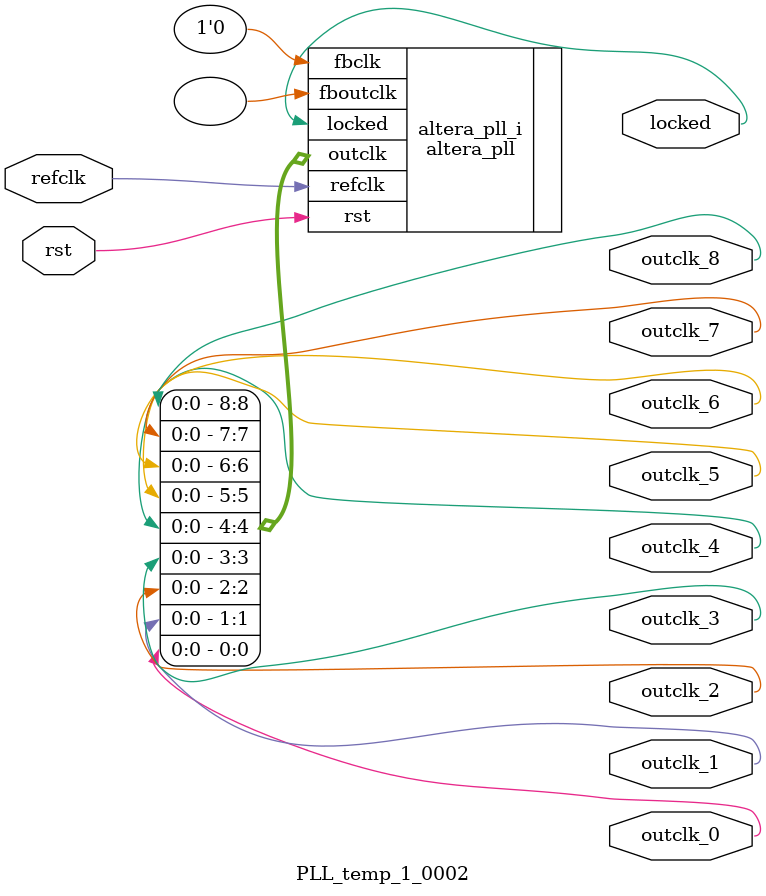
<source format=v>
`timescale 1ns/10ps
module  PLL_temp_1_0002(

	// interface 'refclk'
	input wire refclk,

	// interface 'reset'
	input wire rst,

	// interface 'outclk0'
	output wire outclk_0,

	// interface 'outclk1'
	output wire outclk_1,

	// interface 'outclk2'
	output wire outclk_2,

	// interface 'outclk3'
	output wire outclk_3,

	// interface 'outclk4'
	output wire outclk_4,

	// interface 'outclk5'
	output wire outclk_5,

	// interface 'outclk6'
	output wire outclk_6,

	// interface 'outclk7'
	output wire outclk_7,

	// interface 'outclk8'
	output wire outclk_8,

	// interface 'locked'
	output wire locked
);

	altera_pll #(
		.fractional_vco_multiplier("false"),
		.reference_clock_frequency("50.0 MHz"),
		.operation_mode("direct"),
		.number_of_clocks(9),
		.output_clock_frequency0("200.000000 MHz"),
		.phase_shift0("0 ps"),
		.duty_cycle0(50),
		.output_clock_frequency1("100.000000 MHz"),
		.phase_shift1("0 ps"),
		.duty_cycle1(50),
		.output_clock_frequency2("150.000000 MHz"),
		.phase_shift2("0 ps"),
		.duty_cycle2(50),
		.output_clock_frequency3("171.428571 MHz"),
		.phase_shift3("0 ps"),
		.duty_cycle3(50),
		.output_clock_frequency4("133.333333 MHz"),
		.phase_shift4("0 ps"),
		.duty_cycle4(50),
		.output_clock_frequency5("109.090909 MHz"),
		.phase_shift5("0 ps"),
		.duty_cycle5(50),
		.output_clock_frequency6("75.000000 MHz"),
		.phase_shift6("0 ps"),
		.duty_cycle6(50),
		.output_clock_frequency7("30.000000 MHz"),
		.phase_shift7("0 ps"),
		.duty_cycle7(50),
		.output_clock_frequency8("5.000000 MHz"),
		.phase_shift8("0 ps"),
		.duty_cycle8(50),
		.output_clock_frequency9("0 MHz"),
		.phase_shift9("0 ps"),
		.duty_cycle9(50),
		.output_clock_frequency10("0 MHz"),
		.phase_shift10("0 ps"),
		.duty_cycle10(50),
		.output_clock_frequency11("0 MHz"),
		.phase_shift11("0 ps"),
		.duty_cycle11(50),
		.output_clock_frequency12("0 MHz"),
		.phase_shift12("0 ps"),
		.duty_cycle12(50),
		.output_clock_frequency13("0 MHz"),
		.phase_shift13("0 ps"),
		.duty_cycle13(50),
		.output_clock_frequency14("0 MHz"),
		.phase_shift14("0 ps"),
		.duty_cycle14(50),
		.output_clock_frequency15("0 MHz"),
		.phase_shift15("0 ps"),
		.duty_cycle15(50),
		.output_clock_frequency16("0 MHz"),
		.phase_shift16("0 ps"),
		.duty_cycle16(50),
		.output_clock_frequency17("0 MHz"),
		.phase_shift17("0 ps"),
		.duty_cycle17(50),
		.pll_type("General"),
		.pll_subtype("General")
	) altera_pll_i (
		.rst	(rst),
		.outclk	({outclk_8, outclk_7, outclk_6, outclk_5, outclk_4, outclk_3, outclk_2, outclk_1, outclk_0}),
		.locked	(locked),
		.fboutclk	( ),
		.fbclk	(1'b0),
		.refclk	(refclk)
	);
endmodule


</source>
